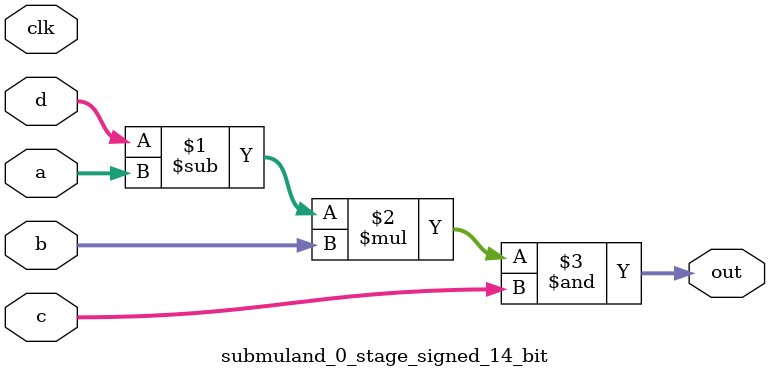
<source format=sv>
(* use_dsp = "yes" *) module submuland_0_stage_signed_14_bit(
	input signed [13:0] a,
	input signed [13:0] b,
	input signed [13:0] c,
	input signed [13:0] d,
	output [13:0] out,
	input clk);

	assign out = ((d - a) * b) & c;
endmodule

</source>
